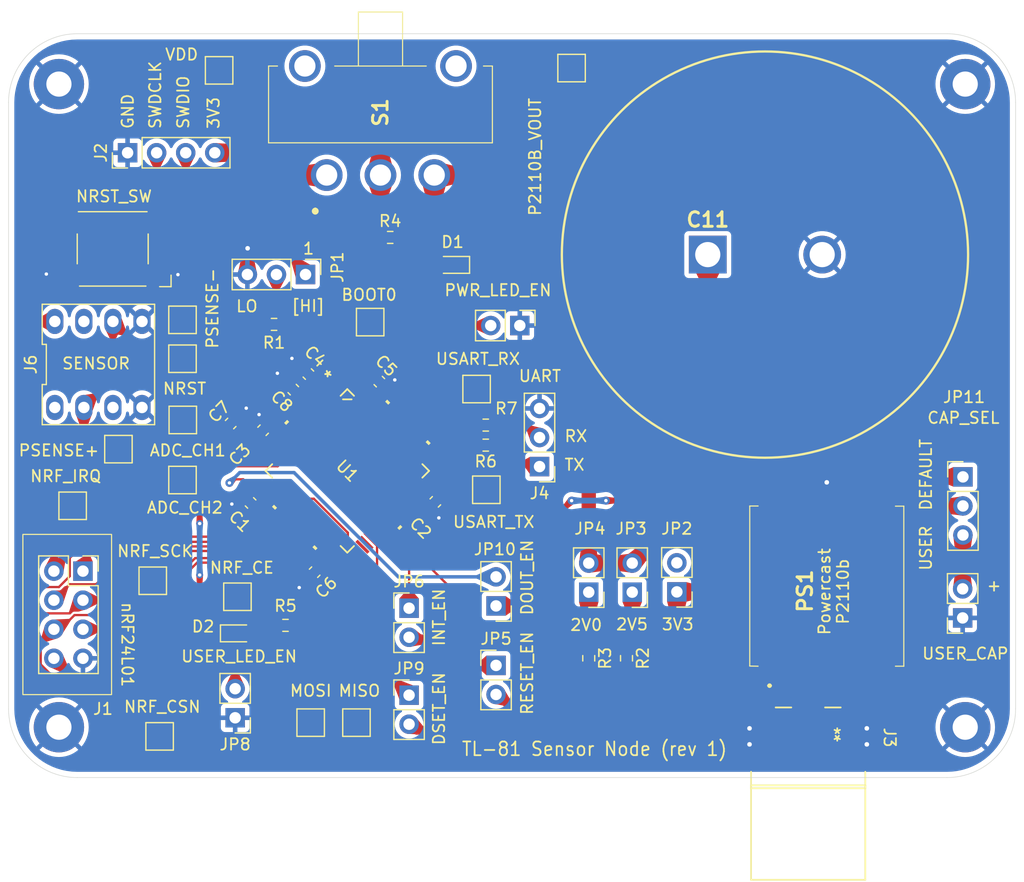
<source format=kicad_pcb>
(kicad_pcb (version 20240108) (generator "pcbnew") (generator_version "8.0")
  (layers (0 "F.Cu" signal) (31 "B.Cu" power) (34 "B.Paste" user) (35 "F.Paste" user) (36 "B.SilkS" user "B.Silkscreen") (37 "F.SilkS" user "F.Silkscreen") (38 "B.Mask" user) (39 "F.Mask" user) (44 "Edge.Cuts" user))
  (net 0 "")
  (net 1 "GND")
  (net 2 "+3.3V")
  (net 3 "/NRST")
  (net 5 "PSENSE_PLUS")
  (net 7 "PSENSE_MINUS")
  (net 9 "/BOOT0")
  (net 11 "NRF_CSN")
  (net 15 "USART1_RX")
  (net 18 "EXTRA_ADC_CHAN_1")
  (net 22 "EXTRA_ADC_CHAN_2")
  (net 23 "NRF_IRQ")
  (net 26 "NRF_SCK")
  (net 30 "NRF_MISO")
  (net 32 "Net-(JP5-B)")
  (net 36 "Net-(JP6-B)")
  (net 37 "SWCLK")
  (net 39 "Net-(JP9-B)")
  (net 40 "USART1_TX")
  (net 45 "Net-(JP10-A)")
  (net 49 "SWDIO")
  (net 52 "NRF_MOSI")
  (net 55 "VDD")
  (net 56 "Net-(JP11-A)")
  (net 57 "Net-(D1-A)")
  (net 58 "P2110B_RESET")
  (net 59 "P2110B_DOUT")
  (net 60 "P2110B_DSET")
  (net 63 "P2110B_INT")
  (net 65 "Net-(JP3-A)")
  (net 66 "Net-(JP4-A)")
  (net 67 "/RFIN")
  (net 68 "NRF_CE")
  (net 70 "Net-(D2-A)")
  (net 71 "Net-(D2-K)")
  (net 72 "/USER_LED")
  (net 73 "Net-(J4-Pin_1)")
  (net 74 "Net-(J4-Pin_2)")
  (net 75 "/VSET")
  (net 76 "Net-(D1-K)")
  (net 79 "/P2110B_VOUT")
  (net 80 "Net-(JP1-C)")
  (net 81 "Net-(J5-Pin_2)")
  (net 82 "Net-(JP11-C)")
  (footprint "Capacitor_SMD:C_0603_1608Metric" (layer "F.Cu") (at 61.15 121 135)
    (property "Reference" "C1")
    (property "Value" "100n")
  )
  (footprint "Connector_PinHeader_2.54mm:PinHeader_1x03_P2.54mm_Vertical" (layer "F.Cu") (at 65.95 101.04 -90)
    (property "Reference" "JP1")
    (property "Value" "BOOT0 SEL")
  )
  (footprint "TestPoint:TestPoint_Pad_2.0x2.0mm" (layer "F.Cu") (at 71.6 105.2)
    (property "Reference" "TP8" (hide yes))
    (property "Value" "TestPoint_Alt")
  )
  (footprint "Button_Switch_SMD:SW_SPST_Omron_B3FS-100xP" (layer "F.Cu") (at 49.1 98.8 180)
    (property "Reference" "SW1" (hide yes))
    (property "Value" "SW_Push")
  )
  (footprint "libtpms:P2110B" (layer "F.Cu") (at 111.5 128.269 90)
    (property "Reference" "PS1")
    (property "Value" "P2110B" (hide yes))
  )
  (footprint "Connector_PinHeader_2.54mm:PinHeader_1x02_P2.54mm_Vertical" (layer "F.Cu") (at 98.4 128.775 180)
    (property "Reference" "JP2")
    (property "Value" "SET_3V3")
  )
  (footprint "libtpms:8-SOIC-DIP-8-ADAPTER" (layer "F.Cu") (at 47.85 108.9)
    (property "Reference" "J6")
    (property "Value" "PRESSURE_SENSOR_CONN")
  )
  (footprint "TestPoint:TestPoint_Pad_2.0x2.0mm" (layer "F.Cu") (at 55.2 119)
    (property "Reference" "TP4" (hide yes))
    (property "Value" "TestPoint_Probe")
  )
  (footprint "TestPoint:TestPoint_Pad_2.0x2.0mm" (layer "F.Cu") (at 60 129.2)
    (property "Reference" "TP5" (hide yes))
    (property "Value" "TestPoint_Probe")
  )
  (footprint "TestPoint:TestPoint_Pad_2.0x2.0mm" (layer "F.Cu") (at 53.2 141.4)
    (property "Reference" "TP14" (hide yes))
    (property "Value" "~")
  )
  (footprint "Connector_PinHeader_2.54mm:PinHeader_1x02_P2.54mm_Vertical" (layer "F.Cu") (at 75 137.8)
    (property "Reference" "JP9")
    (property "Value" "DSET_EN")
  )
  (footprint "Capacitor_SMD:C_0603_1608Metric" (layer "F.Cu") (at 66.2 109.74 135)
    (property "Reference" "C4")
    (property "Value" "100n")
  )
  (footprint "Resistor_SMD:R_0603_1608Metric" (layer "F.Cu") (at 64.2 131.7 180)
    (property "Reference" "R5")
    (property "Value" "220R")
  )
  (footprint "Capacitor_SMD:C_0603_1608Metric" (layer "F.Cu") (at 77.294454 120.905546 -135)
    (property "Reference" "C2")
    (property "Value" "100n")
  )
  (footprint "Capacitor_SMD:C_0603_1608Metric" (layer "F.Cu") (at 62.241992 114.648008 45)
    (property "Reference" "C3")
    (property "Value" "100n")
  )
  (footprint "TestPoint:TestPoint_Pad_2.0x2.0mm" (layer "F.Cu") (at 70.4 140.2)
    (property "Reference" "TP9" (hide yes))
    (property "Value" "~")
  )
  (footprint "Capacitor_SMD:C_0603_1608Metric" (layer "F.Cu") (at 64.88 111.1 135)
    (property "Reference" "C8")
    (property "Value" "100n")
  )
  (footprint "Capacitor_SMD:C_0603_1608Metric" (layer "F.Cu") (at 66.748008 127.051992 -135)
    (property "Reference" "C6")
    (property "Value" "100n")
  )
  (footprint "libtpms:LQFP64_STM" (layer "F.Cu") (at 69.6 118.2 -45)
    (property "Reference" "U1")
    (property "Value" "STM32U031R8T6")
  )
  (footprint "Resistor_SMD:R_0603_1608Metric" (layer "F.Cu") (at 63.2 105.4 180)
    (property "Reference" "R1")
    (property "Value" "100k")
  )
  (footprint "LED_SMD:LED_0603_1608Metric" (layer "F.Cu") (at 78.8 100.2 180)
    (property "Reference" "D1")
    (property "Value" "LED")
  )
  (footprint "Resistor_SMD:R_0603_1608Metric" (layer "F.Cu") (at 94 134.575 -90)
    (property "Reference" "R2")
    (property "Value" "1.57M")
  )
  (footprint "Capacitor_SMD:C_0603_1608Metric" (layer "F.Cu") (at 72.4 110.4 -45)
    (property "Reference" "C5")
    (property "Value" "100n")
  )
  (footprint "Resistor_SMD:R_0603_1608Metric" (layer "F.Cu") (at 73.35 97.8)
    (property "Reference" "R4")
    (property "Value" "220R")
  )
  (footprint "Connector_PinHeader_2.54mm:PinHeader_1x03_P2.54mm_Vertical" (layer "F.Cu") (at 123.4 118.725)
    (property "Reference" "JP11")
    (property "Value" "CAP_SEL")
  )
  (footprint "LED_SMD:LED_0603_1608Metric" (layer "F.Cu") (at 60 132.4)
    (property "Reference" "D2")
    (property "Value" "LED")
  )
  (footprint "TestPoint:TestPoint_Pad_2.0x2.0mm" (layer "F.Cu") (at 52.6 127.8)
    (property "Reference" "TP12" (hide yes))
    (property "Value" "~")
  )
  (footprint "Connector_PinHeader_2.54mm:PinHeader_1x02_P2.54mm_Vertical" (layer "F.Cu") (at 90.7 128.8 180)
    (property "Reference" "JP4")
    (property "Value" "SET_2V0")
  )
  (footprint "Connector_PinHeader_2.54mm:PinHeader_1x04_P2.54mm_Vertical" (layer "F.Cu") (at 50.4 90.4 90)
    (property "Reference" "J2")
    (property "Value" "DEBUG_CONN")
  )
  (footprint "TestPoint:TestPoint_Pad_2.0x2.0mm" (layer "F.Cu") (at 49.6 116.3)
    (property "Reference" "TP2" (hide yes))
    (property "Value" "TestPoint_Probe")
  )
  (footprint "Resistor_SMD:R_0603_1608Metric" (layer "F.Cu") (at 81.7 115.95 180)
    (property "Reference" "R6")
    (property "Value" "220R")
  )
  (footprint "MountingHole:MountingHole_2.2mm_M2_Pad" (layer "F.Cu") (at 44.4 84.4)
    (property "Reference" "H1" (hide yes))
    (property "Value" "MountingHole")
  )
  (footprint "TestPoint:TestPoint_Pad_2.0x2.0mm" (layer "F.Cu") (at 81.75 119.85)
    (property "Reference" "TP11" (hide yes))
    (property "Value" "~")
  )
  (footprint "Connector_PinHeader_2.54mm:PinHeader_1x02_P2.54mm_Vertical" (layer "F.Cu") (at 82.6 130 180)
    (property "Reference" "JP10")
    (property "Value" "DOUT_EN")
  )
  (footprint "MountingHole:MountingHole_2.2mm_M2_Pad" (layer "F.Cu") (at 123.6 84.4)
    (property "Reference" "H3" (hide yes))
    (property "Value" "MountingHole")
  )
  (footprint "MountingHole:MountingHole_2.2mm_M2_Pad" (layer "F.Cu") (at 123.6 140.6)
    (property "Reference" "H4" (hide yes))
    (property "Value" "MountingHole")
  )
  (footprint "libtpms:CONN_73251-1150_MOL" (layer "F.Cu") (at 109.875 142.404 180)
    (property "Reference" "J3")
    (property "Value" "SMA EDGE CONN")
  )
  (footprint "Connector_PinHeader_2.54mm:PinHeader_1x02_P2.54mm_Vertical" (layer "F.Cu") (at 75 130.2)
    (property "Reference" "JP6")
    (property "Value" "INT_EN")
  )
  (footprint "TestPoint:TestPoint_Pad_2.0x2.0mm" (layer "F.Cu") (at 55.225 113.75)
    (property "Reference" "TP3" (hide yes))
    (property "Value" "TestPoint_Probe")
  )
  (footprint "Connector_PinSocket_2.54mm:PinSocket_1x02_P2.54mm_Vertical" (layer "F.Cu") (at 123.375 131.05 180)
    (property "Reference" "J5" (hide yes))
    (property "Value" "USER_CAP")
  )
  (footprint "Resistor_SMD:R_0603_1608Metric" (layer "F.Cu") (at 90.7 134.575 -90)
    (property "Reference" "R3")
    (property "Value" "600K")
  )
  (footprint "Connector_PinHeader_2.54mm:PinHeader_1x02_P2.54mm_Vertical" (layer "F.Cu") (at 82.6 135.2)
    (property "Reference" "JP5")
    (property "Value" "RESET_EN")
  )
  (footprint "Connector_PinHeader_2.54mm:PinHeader_1x02_P2.54mm_Vertical" (layer "F.Cu") (at 94.5 128.8 180)
    (property "Reference" "JP3")
    (property "Value" "SET_2V5")
  )
  (footprint "libtpms:500SSP1S1M6QEB" (layer "F.Cu") (at 67.8 92.3511 -90)
    (property "Reference" "S1")
    (property "Value" "500SSP1S1M6QEB" (hide yes))
  )
  (footprint "TestPoint:TestPoint_Pad_2.0x2.0mm" (layer "F.Cu") (at 66.4 140.2)
    (property "Reference" "TP10" (hide yes))
    (property "Value" "~")
  )
  (footprint "Capacitor_SMD:C_0603_1608Metric" (layer "F.Cu") (at 59.41 114.06 45)
    (property "Reference" "C7")
    (property "Value" "10u")
  )
  (footprint "TestPoint:TestPoint_Pad_2.0x2.0mm" (layer "F.Cu") (at 45.6 121.25)
    (property "Reference" "TP6" (hide yes))
    (property "Value" "TestPoint_Probe")
  )
  (footprint "TestPoint:TestPoint_Pad_2.0x2.0mm" (layer "F.Cu") (at 80.9 111.05)
    (property "Reference" "TP13" (hide yes))
    (property "Value" "~")
  )
  (footprint "Connector_PinHeader_2.54mm:PinHeader_1x02_P2.54mm_Vertical" (layer "F.Cu") (at 59.8 139.775 180)
    (property "Reference" "JP8")
    (property "Value" "USER_LED_EN")
  )
  (footprint "Connector_PinHeader_2.54mm:PinHeader_1x03_P2.54mm_Vertical" (layer "F.Cu") (at 86.4 117.825 180)
    (property "Reference" "J4")
    (property "Value" "UART_CONN")
  )
  (footprint "TestPoint:TestPoint_Pad_2.0x2.0mm" (layer "F.Cu") (at 58.4 83.2)
    (property "Reference" "TP16" (hide yes))
    (property "Value" "~")
  )
  (footprint "TestPoint:TestPoint_Pad_2.0x2.0mm" (layer "F.Cu") (at 55.2 108.4)
    (property "Reference" "TP7" (hide yes))
    (property "Value" "TestPoint_Alt")
  )
  (footprint "Connector_PinSocket_2.54mm:PinSocket_2x04_P2.54mm_Vertical" (layer "F.Cu") (at 46.5 126.96)
    (property "Reference" "J1")
    (property "Value" "NRF_CONN")
  )
  (footprint "Connector_PinHeader_2.54mm:PinHeader_1x02_P2.54mm_Vertical" (layer "F.Cu") (at 84.675 105.5 -90)
    (property "Reference" "JP7" (hide yes))
    (property "Value" "POWER_LED_EN")
  )
  (footprint "MountingHole:MountingHole_2.2mm_M2_Pad" (layer "F.Cu") (at 44.4 140.6)
    (property "Reference" "H2" (hide yes))
    (property "Value" "MountingHole")
  )
  (footprint "TestPoint:TestPoint_Pad_2.0x2.0mm" (layer "F.Cu") (at 55.2 105)
    (property "Reference" "TP1" (hide yes))
    (property "Value" "TestPoint_Probe")
  )
  (footprint "TestPoint:TestPoint_Pad_2.0x2.0mm" (layer "F.Cu") (at 89.2 83 -90)
    (property "Reference" "TP15" (hide yes))
    (property "Value" "~")
  )
  (footprint "libtpms:CAPPRD1000W200D3550H4700" (layer "F.Cu") (at 101.1 99.3)
    (property "Reference" "C11")
    (property "Value" "381LX473M016A452" (hide yes))
  )
  (footprint "Resistor_SMD:R_0603_1608Metric" (layer "F.Cu") (at 81.7 114.2 180)
    (property "Reference" "R7")
    (property "Value" "220R")
  )
  (gr_rect (start 41.25 123.75) (end 49 137.75) (stroke (width 0.1)) (fill none) (layer "F.SilkS"))
  (gr_arc (start 127.999999 138.999999) (mid 126.24264 143.24264) (end 121.999999 144.999999) (stroke (width 0.05)) (layer "Edge.Cuts"))
  (gr_line (start 128 86) (end 127.999999 138.999999) (stroke (width 0.05)) (layer "Edge.Cuts"))
  (gr_line (start 122 80) (end 46 80) (stroke (width 0.05)) (layer "Edge.Cuts"))
  (gr_line (start 121.999999 144.999999) (end 46.000001 144.999999) (stroke (width 0.05)) (layer "Edge.Cuts"))
  (gr_arc (start 46.000001 144.999999) (mid 41.75736 143.24264) (end 40.000001 138.999999) (stroke (width 0.05)) (layer "Edge.Cuts"))
  (gr_arc (start 40 86) (mid 41.757359 81.757359) (end 46 80) (stroke (width 0.05)) (layer "Edge.Cuts"))
  (gr_arc (start 122 80) (mid 126.242641 81.757359) (end 128 86) (stroke (width 0.05)) (layer "Edge.Cuts"))
  (gr_line (start 39.999999 86) (end 40 138.999999) (stroke (width 0.05)) (layer "Edge.Cuts"))
  (gr_text "PSENSE-" (at 58.4 107.6 90) (layer "F.SilkS") (effects (font (size 1 1) (thickness 0.15) (bold yes)) (justify left bottom)))
  (gr_text "VDD" (at 53.6 82.4 0) (layer "F.SilkS") (effects (font (size 1 1) (thickness 0.15) (bold yes)) (justify left bottom)))
  (gr_text "TX" (at 88.5 118.25 0) (layer "F.SilkS") (effects (font (size 1 1) (thickness 0.15) (bold yes)) (justify left bottom)))
  (gr_text "3V3" (at 97 132.2 0) (layer "F.SilkS") (effects (font (size 1 1) (thickness 0.15) (bold yes)) (justify left bottom)))
  (gr_text "ADC_CH2" (at 52 122 0) (layer "F.SilkS") (effects (font (size 1 1) (thickness 0.15) (bold yes)) (justify left bottom)))
  (gr_text "+" (at 125.4 128.8 0) (layer "F.SilkS") (effects (font (size 1 1) (thickness 0.15) (bold yes)) (justify left bottom)))
  (gr_text "RX" (at 88.5 115.75 0) (layer "F.SilkS") (effects (font (size 1 1) (thickness 0.15) (bold yes)) (justify left bottom)))
  (gr_text "ADC_CH1" (at 52.25 117 0) (layer "F.SilkS") (effects (font (size 1 1) (thickness 0.15) (bold yes)) (justify left bottom)))
  (gr_text "USER" (at 120.75 127 90) (layer "F.SilkS") (effects (font (size 1 1) (thickness 0.15) (bold yes)) (justify left bottom)))
  (gr_text "SWDIO" (at 55.85 88.4 90) (layer "F.SilkS") (effects (font (size 1 1) (thickness 0.15) (bold yes)) (justify left bottom)))
  (gr_text "PSENSE+" (at 40.8 117 0) (layer "F.SilkS") (effects (font (size 1 1) (thickness 0.15) (bold yes)) (justify left bottom)))
  (gr_text "P2110B_VOUT" (at 86.6 96 90) (layer "F.SilkS") (effects (font (size 1 1) (thickness 0.15) (bold yes)) (justify left bottom)))
  (gr_text "INT_EN" (at 78.2 133.6 90) (layer "F.SilkS") (effects (font (size 1 1) (thickness 0.15) (bold yes)) (justify left bottom)))
  (gr_text "3V3" (at 58.5 88.4 90) (layer "F.SilkS") (effects (font (size 1 1) (thickness 0.15) (bold yes)) (justify left bottom)))
  (gr_text "1" (at 65.64 99.36 0) (layer "F.SilkS") (effects (font (size 1 1) (thickness 0.15) (bold yes)) (justify left bottom)))
  (gr_text "NRF_IRQ" (at 41.8 119.25 0) (layer "F.SilkS") (effects (font (size 1 1) (thickness 0.15) (bold yes)) (justify left bottom)))
  (gr_text "MISO" (at 68.75 138 0) (layer "F.SilkS") (effects (font (size 1 1) (thickness 0.15) (bold yes)) (justify left bottom)))
  (gr_text "NRST_SW" (at 45.8 94.8 0) (layer "F.SilkS") (effects (font (size 1 1) (thickness 0.15) (bold yes)) (justify left bottom)))
  (gr_text "UART" (at 84.5 110.5 0) (layer "F.SilkS") (effects (font (size 1 1) (thickness 0.15) (bold yes)) (justify left bottom)))
  (gr_text "BOOT0" (at 69 103.4 0) (layer "F.SilkS") (effects (font (size 1 1) (thickness 0.15) (bold yes)) (justify left bottom)))
  (gr_text "DSET_EN\n" (at 78.2 142.25 90) (layer "F.SilkS") (effects (font (size 1 1) (thickness 0.15) (bold yes)) (justify left bottom)))
  (gr_text "2V5" (at 93 132.2 0) (layer "F.SilkS") (effects (font (size 1 1) (thickness 0.15) (bold yes)) (justify left bottom)))
  (gr_text "USART_RX" (at 77.25 109 0) (layer "F.SilkS") (effects (font (size 1 1) (thickness 0.15) (bold yes)) (justify left bottom)))
  (gr_text "NRF_SCK" (at 49.4 125.8 0) (layer "F.SilkS") (effects (font (size 1 1) (thickness 0.15) (bold yes)) (justify left bottom)))
  (gr_text "NRF_CE" (at 57.5 127.25 0) (layer "F.SilkS") (effects (font (size 1 1) (thickness 0.15) (bold yes)) (justify left bottom)))
  (gr_text "SWDCLK" (at 53.4 88.4 90) (layer "F.SilkS") (effects (font (size 1 1) (thickness 0.15) (bold yes)) (justify left bottom)))
  (gr_text "nRF24L01" (at 49.8 129.6 -90) (layer "F.SilkS") (effects (font (size 1 1) (thickness 0.15) (bold yes)) (justify left bottom)))
  (gr_text "DEFAULT" (at 120.75 121.75 90) (layer "F.SilkS") (effects (font (size 1 1) (thickness 0.15) (bold yes)) (justify left bottom)))
  (gr_text "TL-81 Sensor Node (rev 1)" (at 91.2 143.2 0) (layer "F.SilkS") (effects (font (size 1.2 1.1) (thickness 0.15) (bold yes)) (justify bottom)))
  (gr_text "NRST" (at 53.4 111.6 0) (layer "F.SilkS") (effects (font (size 1 1) (thickness 0.15) (bold yes)) (justify left bottom)))
  (gr_text "USER_CAP" (at 119.75 134.75 0) (layer "F.SilkS") (effects (font (size 1 1) (thickness 0.15) (bold yes)) (justify left bottom)))
  (gr_text "2V0" (at 89 132.25 0) (layer "F.SilkS") (effects (font (size 1 1) (thickness 0.15) (bold yes)) (justify left bottom)))
  (gr_text "MOSI" (at 64.5 138 0) (layer "F.SilkS") (effects (font (size 1 1) (thickness 0.15) (bold yes)) (justify left bottom)))
  (gr_text "USER_LED_EN" (at 55 135 0) (layer "F.SilkS") (effects (font (size 1 1) (thickness 0.15) (bold yes)) (justify left bottom)))
  (gr_text "RESET_EN" (at 85.9 139.6 90) (layer "F.SilkS") (effects (font (size 1 1) (thickness 0.15) (bold yes)) (justify left bottom)))
  (gr_text "CAP_SEL" (at 120.2 114.15 0) (layer "F.SilkS") (effects (font (size 1 1) (thickness 0.15) (bold yes)) (justify left bottom)))
  (gr_text "Powercast\nP2110b" (at 113.5 128.75 90) (layer "F.SilkS") (effects (font (size 1 1) (thickness 0.15) (bold yes)) (justify bottom)))
  (gr_text "PWR_LED_EN" (at 78 103 0) (layer "F.SilkS") (effects (font (size 1 1) (thickness 0.15) (bold yes)) (justify left bottom)))
  (gr_text "NRF_CSN" (at 50 139.4 0) (layer "F.SilkS") (effects (font (size 1 1) (thickness 0.15) (bold yes)) (justify left bottom)))
  (gr_text "LO" (at 59.8 104.4 0) (layer "F.SilkS") (effects (font (size 1 1) (thickness 0.15) (bold yes)) (justify left bottom)))
  (gr_text "GND" (at 51 88.4 90) (layer "F.SilkS") (effects (font (size 1 1) (thickness 0.15) (bold yes)) (justify left bottom)))
  (gr_text "DOUT_EN" (at 85.9 130.9 90) (layer "F.SilkS") (effects (font (size 1 1) (thickness 0.15) (bold yes)) (justify left bottom)))
  (gr_text "[HI]" (at 64.65 104.38 0) (layer "F.SilkS") (effects (font (size 1 1) (thickness 0.15) (bold yes)) (justify left bottom)))
  (gr_text "USART_TX" (at 78.75 123.25 0) (layer "F.SilkS") (effects (font (size 1 1) (thickness 0.15) (bold yes)) (justify left bottom)))
  (gr_text "SENSOR" (at 44.6 109.4 0) (layer "F.SilkS") (effects (font (size 1 1) (thickness 0.15) (bold yes)) (justify left bottom)))
  (segment (start 43.3 101) (end 45.05 101) (width 1) (layer "F.Cu") (net 1))
  (segment (start 65.8 126.596195) (end 67.919844 124.476351) (width 0.2) (layer "F.Cu") (net 1))
  (segment (start 54.8 101.05) (end 53.1 101.05) (width 1) (layer "F.Cu") (net 1))
  (segment (start 60.601992 120.451992) (end 62.751813 120.451992) (width 0.2) (layer "F.Cu") (net 1))
  (segment (start 59.953984 121.1) (end 60.601992 120.451992) (width 0.5) (layer "F.Cu") (net 1))
  (segment (start 65.581992 109.191992) (end 64.76 108.37) (width 0.5) (layer "F.Cu") (net 1))
  (segment (start 61.89 113.28) (end 61.97 113.28) (width 0.5) (layer "F.Cu") (net 1))
  (segment (start 61.97 113.28) (end 62.79 114.1) (width 0.5) (layer "F.Cu") (net 1))
  (segment (start 60.89 101.02) (end 60.87 101.04) (width 1) (layer "F.Cu") (net 1))
  (segment (start 64.331992 110.551992) (end 64.331992 110.511992) (width 0.5) (layer "F.Cu") (net 1))
  (segment (start 72.948008 110.948008) (end 72.255797 110.948008) (width 0.2) (layer "F.Cu") (net 1))
  (segment (start 73.051992 110.948008) (end 72.948008 110.948008) (width 0.5) (layer "F.Cu") (net 1))
  (segment (start 62.79 114.1) (end 63.536652 114.846652) (width 0.2) (layer "F.Cu") (net 1))
  (segment (start 64.331992 110.511992) (end 63.49 109.67) (width 0.5) (layer "F.Cu") (net 1))
  (segment (start 59.978008 113.511992) (end 60.77 112.72) (width 0.5) (layer "F.Cu") (net 1))
  (segment (start 76.746446 121.453554) (end 76.746446 120.750251) (width 0.2) (layer "F.Cu") (net 1))
  (segment (start 64.38431 115.459183) (end 64.362737 115.459183) (width 0.2) (layer "F.Cu") (net 1))
  (segment (start 114.7381 140.754) (end 114.2565 141.2356) (width 0.5) (layer "F.Cu") (net 1))
  (segment (start 77.6 122.307108) (end 76.746446 121.453554) (width 0.5) (layer "F.Cu") (net 1))
  (segment (start 63.536652 114.846652) (end 63.771779 114.846652) (width 0.2) (layer "F.Cu") (net 1))
  (segment (start 65.651992 109.191992) (end 65.581992 109.191992) (width 0.5) (layer "F.Cu") (net 1))
  (segment (start 76.746446 120.750251) (end 75.876351 119.880156) (width 0.2) (layer "F.Cu") (net 1))
  (segment (start 60.89 98.75) (end 60.89 101.02) (width 1) (layer "F.Cu") (net 1))
  (segment (start 66.2 127.6) (end 65.8 127.2) (width 0.2) (layer "F.Cu") (net 1))
  (segment (start 60.77 112.72) (end 61.33 112.72) (width 0.5) (layer "F.Cu") (net 1))
  (segment (start 65.4 128.4) (end 66.2 127.6) (width 0.5) (layer "F.Cu") (net 1))
  (segment (start 59.958008 113.511992) (end 59.978008 113.511992) (width 0.5) (layer "F.Cu") (net 1))
  (segment (start 73.75 110.25) (end 73.051992 110.948008) (width 0.5) (layer "F.Cu") (net 1))
  (segment (start 62.751813 120.451992) (end 63.323649 119.880156) (width 0.2) (layer "F.Cu") (net 1))
  (segment (start 65.8 127.2) (end 65.8 126.596195) (width 0.2) (layer "F.Cu") (net 1))
  (segment (start 45.05 101) (end 45.1 101.05) (width 1) (layer "F.Cu") (net 1))
  (segment (start 59.51 121.1) (end 59.953984 121.1) (width 0.5) (layer "F.Cu") (net 1))
  (segment (start 111.5 121.284) (end 111.5 119.204) (width 1.25) (layer "F.Cu") (net 1))
  (segment (start 61.33 112.72) (end 61.89 113.28) (width 0.5) (layer "F.Cu") (net 1))
  (segment (start 115.2749 142.254) (end 114.2565 141.2356) (width 0.5) (layer "F.Cu") (net 1))
  (segment (start 105.0119 140.754) (end 105.4935 141.2356) (width 0.5) (layer "F.Cu") (net 1))
  (segment (start 63.771779 114.846652) (end 64.38431 115.459183) (width 0.2) (layer "F.Cu") (net 1))
  (segment (start 72.255797 110.948008) (end 71.280156 111.923649) (width 0.2) (layer "F.Cu") (net 1))
  (via (at 73.75 110.25) (size 0.7) (drill 0.3) (layers "F.Cu" "B.Cu") (net 1))
  (via (at 54.8 101.05) (size 0.7) (drill 0.3) (layers "F.Cu" "B.Cu") (net 1))
  (via (at 60.77 112.72) (size 0.7) (drill 0.3) (layers "F.Cu" "B.Cu") (net 1))
  (via (at 104.75 140.7) (size 0.9) (drill 0.4) (layers "F.Cu" "B.Cu") (net 1))
  (via (at 65.4 128.4) (size 0.7) (drill 0.3) (layers "F.Cu" "B.Cu") (net 1))
  (via (at 64.76 108.37) (size 0.7) (drill 0.3) (layers "F.Cu" "B.Cu") (net 1))
  (via (at 43.3 101) (size 0.7) (drill 0.3) (layers "F.Cu" "B.Cu") (net 1))
  (via (at 104.75 142.1) (size 0.9) (drill 0.4) (layers "F.Cu" "B.Cu") (net 1))
  (via (at 115 142.1) (size 0.9) (drill 0.4) (layers "F.Cu" "B.Cu") (net 1))
  (via (at 60.89 98.75) (size 0.9) (drill 0.4) (layers "F.Cu" "B.Cu") (net 1))
  (via (at 111.5 119.204) (size 0.9) (drill 0.4) (layers "F.Cu" "B.Cu") (net 1))
  (via (at 77.6 122.307108) (size 0.7) (drill 0.3) (layers "F.Cu" "B.Cu") (net 1))
  (via (at 59.51 121.1) (size 0.7) (drill 0.3) (layers "F.Cu" "B.Cu") (net 1))
  (via (at 61.89 113.28) (size 0.7) (drill 0.3) (layers "F.Cu" "B.Cu") (net 1))
  (via (at 115 140.7) (size 0.9) (drill 0.4) (layers "F.Cu" "B.Cu") (net 1))
  (via (at 63.49 109.67) (size 0.7) (drill 0.3) (layers "F.Cu" "B.Cu") (net 1))
  (segment (start 58.02 90.4) (end 61.6 90.4) (width 1.5) (layer "F.Cu") (net 2))
  (segment (start 61.6 90.4) (end 63.5511 92.3511) (width 1.5) (layer "F.Cu") (net 2))
  (segment (start 63.5511 92.3511) (end 67.8 92.3511) (width 1.5) (layer "F.Cu") (net 2))
  (segment (start 53.1 96.55) (end 54.7 96.55) (width 0.2) (layer "F.Cu") (net 3))
  (segment (start 64.765331 112.304669) (end 66.152077 113.691416) (width 0.2) (layer "F.Cu") (net 3))
  (segment (start 45.1 96.55) (end 53.1 96.55) (width 0.2) (layer "F.Cu") (net 3))
  (segment (start 57.2 106.4) (end 55.2 108.4) (width 0.2) (layer "F.Cu") (net 3))
  (segment (start 57.2 106.4) (end 58.860661 106.4) (width 0.2) (layer "F.Cu") (net 3))
  (segment (start 54.7 96.55) (end 57.2 99.05) (width 0.2) (layer "F.Cu") (net 3))
  (segment (start 64.765331 112.304669) (end 64.771347 112.304669) (width 0.2) (layer "F.Cu") (net 3))
  (segment (start 55.2 108.175) (end 55.2 108.4) (width 0.2) (layer "F.Cu") (net 3))
  (segment (start 58.860661 106.4) (end 64.765331 112.304669) (width 0.2) (layer "F.Cu") (net 3))
  (segment (start 64.771347 112.304669) (end 65.428008 111.648008) (width 0.2) (layer "F.Cu") (net 3))
  (segment (start 57.2 99.05) (end 57.2 106.175) (width 0.2) (layer "F.Cu") (net 3))
  (segment (start 57.2 106.175) (end 57.2 106.4) (width 0.2) (layer "F.Cu") (net 3))
  (segment (start 66.151416 113.691416) (end 66.152077 113.691416) (width 0.2) (layer "F.Cu") (net 3))
  (segment (start 46.58 115.23) (end 46.58 112.66) (width 0.5) (layer "F.Cu") (net 5))
  (segment (start 46.58 112.66) (end 48.24 111) (width 0.2) (layer "F.Cu") (net 5))
  (segment (start 48.24 111) (end 62.046447 111) (width 0.2) (layer "F.Cu") (net 5))
  (segment (start 47.65 116.3) (end 46.58 115.23) (width 0.5) (layer "F.Cu") (net 5))
  (segment (start 49.6 116.3) (end 47.65 116.3) (width 0.5) (layer "F.Cu") (net 5))
  (segment (start 62.046447 111) (end 65.44497 114.398523) (width 0.2) (layer "F.Cu") (net 5))
  (segment (start 62.153553 110.4) (end 50.8 110.4) (width 0.2) (layer "F.Cu") (net 7))
  (segment (start 55.2 105) (end 55 105) (width 0.2) (layer "F.Cu") (net 7))
  (segment (start 50.98 107) (end 49.12 105.14) (width 0.2) (layer "F.Cu") (net 7))
  (segment (start 49.12 108.72) (end 49.12 105.14) (width 0.2) (layer "F.Cu") (net 7))
  (segment (start 55 105) (end 53 107) (width 0.2) (layer "F.Cu") (net 7))
  (segment (start 65.798523 114.04497) (end 62.153553 110.4) (width 0.2) (layer "F.Cu") (net 7))
  (segment (start 50.8 110.4) (end 49.12 108.72) (width 0.2) (layer "F.Cu") (net 7))
  (segment (start 53 107) (end 50.98 107) (width 0.2) (layer "F.Cu") (net 7))
  (segment (start 70.6 107.4) (end 68.8 107.4) (width 0.2) (layer "F.Cu") (net 9))
  (segment (start 72.340817 112.98431) (end 74.4 110.925127) (width 0.2) (layer "F.Cu") (net 9))
  (segment (start 74.4 109.15) (end 72.65 107.4) (width 0.2) (layer "F.Cu") (net 9))
  (segment (start 68.2 106.8) (end 65.425 106.8) (width 0.2) (layer "F.Cu") (net 9))
  (segment (start 70.6 107.4) (end 71.6 107.4) (width 0.2) (layer "F.Cu") (net 9))
  (segment (start 74.4 110.925127) (end 74.4 109.15) (width 0.2) (layer "F.Cu") (net 9))
  (segment (start 65.425 106.8) (end 64.025 105.4) (width 0.2) (layer "F.Cu") (net 9))
  (segment (start 72.65 107.4) (end 70.6 107.4) (width 0.2) (layer "F.Cu") (net 9))
  (segment (start 68.8 107.4) (end 68.2 106.8) (width 0.2) (layer "F.Cu") (net 9))
  (segment (start 71.6 107.4) (end 71.6 105.2) (width 0.2) (layer "F.Cu") (net 9))
  (segment (start 45.765685 130.8) (end 47.3 130.8) (width 0.2) (layer "F.Cu") (net 11))
  (segment (start 53.544314 131.64) (end 55.48 129.704314) (width 0.2) (layer "F.Cu") (net 11))
  (segment (start 42.81 133.19) (end 42.81 135.11) (width 0.2) (layer "F.Cu") (net 11))
  (segment (start 43.96 132.04) (end 44.525685 132.04) (width 0.2) (layer "F.Cu") (net 11))
  (segment (start 62.333553 125.82) (end 65.798523 122.35503) (width 0.2) (layer "F.Cu") (net 11))
  (segment (start 55.48 126.65) (end 56.31 125.82) (width 0.2) (layer "F.Cu") (net 11))
  (segment (start 52.1 137.3) (end 53.2 138.4) (width 0.2) (layer "F.Cu") (net 11))
  (segment (start 53.2 138.4) (end 53.2 141.4) (width 0.2) (layer "F.Cu") (net 11))
  (segment (start 56.31 125.82) (end 62.333553 125.82) (width 0.2) (layer "F.Cu") (net 11))
  (segment (start 44.525685 132.04) (end 45.765685 130.8) (width 0.2) (layer "F.Cu") (net 11))
  (segment (start 45 137.3) (end 52.1 137.3) (width 0.2) (layer "F.Cu") (net 11))
  (segment (start 55.48 129.704314) (end 55.48 126.65) (width 0.2) (layer "F.Cu") (net 11))
  (segment (start 48.14 131.64) (end 53.544314 131.64) (width 0.2) (layer "F.Cu") (net 11))
  (segment (start 47.3 130.8) (end 48.14 131.64) (width 0.2) (layer "F.Cu") (net 11))
  (segment (start 42.81 135.11) (end 45 137.3) (width 0.2) (layer "F.Cu") (net 11))
  (segment (start 43.96 132.04) (end 42.81 133.19) (width 0.2) (layer "F.Cu") (net 11))
  (segment (start 78.9 123.125) (end 76.292767 123.125) (width 0.2) (layer "F.Cu") (net 15))
  (segment (start 80.875 111.075) (end 80.9 111.05) (width 0.2) (layer "F.Cu") (net 15))
  (segment (start 80.875 114.2) (end 79.7 115.375) (width 0.2) (layer "F.Cu") (net 15))
  (segment (start 76.292767 123.125) (end 74.462137 121.29437) (width 0.2) (layer "F.Cu") (net 15))
  (segment (start 80.875 114.2) (end 80.875 111.075) (width 0.2) (layer "F.Cu") (net 15))
  (segment (start 79.7 122.325) (end 78.9 123.125) (width 0.2) (layer "F.Cu") (net 15))
  (segment (start 79.7 115.375) (end 79.7 122.325) (width 0.2) (layer "F.Cu") (net 15))
  (segment (start 55.225 113.75) (end 56.45 113.75) (width 0.2) (layer "F.Cu") (net 18))
  (segment (start 58.72 111.48) (end 61.819339 111.48) (width 0.2) (layer "F.Cu") (net 18))
  (segment (start 56.45 113.75) (end 58.72 111.48) (width 0.2) (layer "F.Cu") (net 18))
  (segment (start 61.819339 111.48) (end 65.091416 114.752077) (width 0.2) (layer "F.Cu") (net 18))
  (segment (start 55.2 119) (end 57.65 119) (width 0.2) (layer "F.Cu") (net 22))
  (segment (start 65.371715 115.739482) (end 64.737863 115.10563) (width 0.2) (layer "F.Cu") (net 22))
  (segment (start 63.516432 117.793035) (end 65.371715 115.937752) (width 0.2) (layer "F.Cu") (net 22))
  (segment (start 57.65 119) (end 58.856965 117.793035) (width 0.2) (layer "F.Cu") (net 22))
  (segment (start 58.856965 117.793035) (end 63.516432 117.793035) (width 0.2) (layer "F.Cu") (net 22))
  (segment (start 65.371715 115.937752) (end 65.371715 115.739482) (width 0.2) (layer "F.Cu") (net 22))
  (segment (start 43.96 126.96) (end 43.96 126.634315) (width 0.2) (layer "F.Cu") (net 23))
  (segment (start 60.668018 123.95) (end 64.030756 120.587262) (width 0.2) (layer "F.Cu") (net 23))
  (segment (start 45.184314 125.41) (end 45.184315 125.41) (width 0.2) (layer "F.Cu") (net 23))
  (segment (start 44.797157 125.797157) (end 45.184314 125.41) (width 0.2) (layer "F.Cu") (net 23))
  (segment (start 43.96 126.634315) (end 44.797157 125.797157) (width 0.2) (layer "F.Cu") (net 23))
  (segment (start 44 122.85) (end 44 126.92) (width 0.2) (layer "F.Cu") (net 23))
  (segment (start 46.644315 123.95) (end 60.668018 123.95) (width 0.2) (layer "F.Cu") (net 23))
  (segment (start 44 126.92) (end 43.96 126.96) (width 0.2) (layer "F.Cu") (net 23))
  (segment (start 45.184315 125.41) (end 46.644315 123.95) (width 0.2) (layer "F.Cu") (net 23))
  (segment (start 45.6 121.25) (end 44 122.85) (width 0.2) (layer "F.Cu") (net 23))
  (segment (start 45.350001 125.810001) (end 46.760002 124.4) (width 0.2) (layer "F.Cu") (net 26))
  (segment (start 46.5 129.5) (end 50.9 129.5) (width 0.2) (layer "F.Cu") (net 26))
  (segment (start 44.4 128.35) (end 45.35 127.4) (width 0.2) (layer "F.Cu") (net 26))
  (segment (start 60.925127 124.4) (end 64.38431 120.940817) (width 0.2) (layer "F.Cu") (net 26))
  (segment (start 42.5 130.25) (end 42.5 128.75) (width 0.2) (layer "F.Cu") (net 26))
  (segment (start 46.760002 124.4) (end 60.925127 124.4) (width 0.2) (layer "F.Cu") (net 26))
  (segment (start 45.35 127.4) (end 45.350001 125.810001) (width 0.2) (layer "F.Cu") (net 26))
  (segment (start 46.5 129.5) (end 45.35 130.65) (width 0.2) (layer "F.Cu") (net 26))
  (segment (start 42.9 130.65) (end 42.5 130.25) (width 0.2) (layer "F.Cu") (net 26))
  (segment (start 50.9 129.5) (end 52.6 127.8) (width 0.2) (layer "F.Cu") (net 26))
  (segment (start 42.5 128.75) (end 42.9 128.35) (width 0.2) (layer "F.Cu") (net 26))
  (segment (start 42.9 128.35) (end 44.4 128.35) (width 0.2) (layer "F.Cu") (net 26))
  (segment (start 45.35 130.65) (end 42.9 130.65) (width 0.2) (layer "F.Cu") (net 26))
  (segment (start 69.65 137.35) (end 70.4 138.1) (width 0.2) (layer "F.Cu") (net 30))
  (segment (start 66.676231 120.635392) (end 65.396841 120.635392) (width 0.2) (layer "F.Cu") (net 30))
  (segment (start 61.232233 124.8) (end 64.737863 121.29437) (width 0.2) (layer "F.Cu") (net 30))
  (segment (start 46.5 126) (end 47.7 124.8) (width 0.2) (layer "F.Cu") (net 30))
  (segment (start 46.5 126.96) (end 46.5 126) (width 0.2) (layer "F.Cu") (net 30))
  (segment (start 69.57042 123.52958) (end 69.65 123.60916) (width 0.2) (layer "F.Cu") (net 30))
  (segment (start 69.65 123.60916) (end 69.65 137.35) (width 0.2) (layer "F.Cu") (net 30))
  (segment (start 69.57042 123.52958) (end 66.676231 120.635392) (width 0.2) (layer "F.Cu") (net 30))
  (segment (start 70.4 140.2) (end 69.65 139.45) (width 0.2) (layer "F.Cu") (net 30))
  (segment (start 47.7 124.8) (end 61.232233 124.8) (width 0.2) (layer "F.Cu") (net 30))
  (segment (start 70.4 138.1) (end 70.4 140.2) (width 0.2) (layer "F.Cu") (net 30))
  (segment (start 69.65 123.609161) (end 69.57042 123.52958) (width 0.2) (layer "F.Cu") (net 30))
  (segment (start 65.396841 120.635392) (end 64.737863 121.29437) (width 0.2) (layer "F.Cu") (net 30))
  (segment (start 114 130.9) (end 104.45 130.9) (width 0.5) (layer "F.Cu") (net 32))
  (segment (start 116.453 135.254) (end 116.453 133.353) (width 0.5) (layer "F.Cu") (net 32))
  (segment (start 96.75 138.6) (end 83.46 138.6) (width 0.5) (layer "F.Cu") (net 32))
  (segment (start 104.45 130.9) (end 96.75 138.6) (width 0.5) (layer "F.Cu") (net 32))
  (segment (start 83.46 138.6) (end 82.6 137.74) (width 0.5) (layer "F.Cu") (net 32))
  (segment (start 116.453 133.353) (end 114 130.9) (width 0.5) (layer "F.Cu") (net 32))
  (segment (start 77.6 139.2) (end 77.6 134.255) (width 0.5) (layer "F.Cu") (net 36))
  (segment (start 114.802 135.254) (end 114.8 135.252) (width 0.5) (layer "F.Cu") (net 36))
  (segment (start 114.8 133.6) (end 113.3 132.1) (width 0.5) (layer "F.Cu") (net 36))
  (segment (start 76.085 132.74) (end 75 132.74) (width 0.5) (layer "F.Cu") (net 36))
  (segment (start 113.3 132.1) (end 105.1 132.1) (width 0.5) (layer "F.Cu") (net 36))
  (segment (start 97 140.2) (end 78.6 140.2) (width 0.5) (layer "F.Cu") (net 36))
  (segment (start 105.1 132.1) (end 97 140.2) (width 0.5) (layer "F.Cu") (net 36))
  (segment (start 78.6 140.2) (end 77.6 139.2) (width 0.5) (layer "F.Cu") (net 36))
  (segment (start 114.8 135.252) (end 114.8 133.6) (width 0.5) (layer "F.Cu") (net 36))
  (segment (start 77.6 134.255) (end 76.085 132.74) (width 0.5) (layer "F.Cu") (net 36))
  (segment (start 76.795989 113.195989) (end 76.795989 116.307312) (width 0.2) (layer "F.Cu") (net 37))
  (segment (start 60.58 96.98) (end 67.33 96.98) (width 0.2) (layer "F.Cu") (net 37))
  (segment (start 76.795989 116.307312) (end 76.229904 116.873397) (width 0.2) (layer "F.Cu") (net 37))
  (segment (start 52.95 90.41) (end 52.95 92.75) (width 0.2) (layer "F.Cu") (net 37))
  (segment (start 67.33 96.98) (end 74.8 104.45) (width 0.2) (layer "F.Cu") (net 37))
  (segment (start 57.0011 93.4011) (end 60.58 96.98) (width 0.2) (layer "F.Cu") (net 37))
  (segment (start 74.8 104.45) (end 74.8 111.2) (width 0.2) (layer "F.Cu") (net 37))
  (segment (start 52.95 92.75) (end 53.6011 93.4011) (width 0.2) (layer "F.Cu") (net 37))
  (segment (start 53.6011 93.4011) (end 57.0011 93.4011) (width 0.2) (layer "F.Cu") (net 37))
  (segment (start 74.8 111.2) (end 76.795989 113.195989) (width 0.2) (layer "F.Cu") (net 37))
  (segment (start 52.94 90.4) (end 52.95 90.41) (width 0.2) (layer "F.Cu") (net 37))
  (segment (start 105.05 133.35) (end 97.4 141) (width 0.5) (layer "F.Cu") (net 39))
  (segment (start 113.151 133.751) (end 112.75 133.35) (width 0.5) (layer "F.Cu") (net 39))
  (segment (start 113.151 135.254) (end 113.151 133.751) (width 0.5) (layer "F.Cu") (net 39))
  (segment (start 112.75 133.35) (end 105.05 133.35) (width 0.5) (layer "F.Cu") (net 39))
  (segment (start 75.66 141) (end 75 140.34) (width 0.5) (layer "F.Cu") (net 39))
  (segment (start 97.4 141) (end 75.66 141) (width 0.5) (layer "F.Cu") (net 39))
  (segment (start 80.875 115.95) (end 80.875 116.775) (width 0.2) (layer "F.Cu") (net 40))
  (segment (start 81.75 117.65) (end 81.75 119.85) (width 0.2) (layer "F.Cu") (net 40))
  (segment (start 81.75 121.95) (end 79.95 123.75) (width 0.2) (layer "F.Cu") (net 40))
  (segment (start 81.75 119.85) (end 81.75 121.95) (width 0.2) (layer "F.Cu") (net 40))
  (segment (start 79.95 123.75) (end 76.210661 123.75) (width 0.2) (layer "F.Cu") (net 40))
  (segment (start 76.210661 123.75) (end 74.108584 121.647923) (width 0.2) (layer "F.Cu") (net 40))
  (segment (start 80.875 116.775) (end 81.75 117.65) (width 0.2) (layer "F.Cu") (net 40))
  (segment (start 89.2 120.8) (end 86.8 123.2) (width 0.5) (layer "F.Cu") (net 45))
  (segment (start 85.6 130) (end 82.6 130) (width 0.5) (layer "F.Cu") (net 45))
  (segment (start 107.9275 119.8815) (end 108.198 120.152) (width 0.5) (layer "F.Cu") (net 45))
  (segment (start 86.8 123.2) (end 86.8 128.8) (width 0.5) (layer "F.Cu") (net 45))
  (segment (start 95.1185 119.8815) (end 107.9275 119.8815) (width 0.5) (layer "F.Cu") (net 45))
  (segment (start 92.2 120.8) (end 94.2 120.8) (width 0.5) (layer "F.Cu") (net 45))
  (segment (start 108.198 120.152) (end 108.198 121.284) (width 0.5) (layer "F.Cu") (net 45))
  (segment (start 86.8 128.8) (end 85.6 130) (width 0.5) (layer "F.Cu") (net 45))
  (segment (start 94.2 120.8) (end 95.1185 119.8815) (width 0.5) (layer "F.Cu") (net 45))
  (via (at 89.2 120.8) (size 0.7) (drill 0.3) (layers "F.Cu" "B.Cu") (net 45))
  (via (at 92.2 120.8) (size 0.7) (drill 0.3) (layers "F.Cu" "B.Cu") (net 45))
  (segment (start 92.2 120.8) (end 89.2 120.8) (width 0.5) (layer "B.Cu") (net 45))
  (segment (start 67.53 96.58) (end 75.2 104.25) (width 0.2) (layer "F.Cu") (net 49))
  (segment (start 55.49 92.6) (end 55.8911 93.0011) (width 0.2) (layer "F.Cu") (net 49))
  (segment (start 75.2 111.034314) (end 77.2 113.034314) (width 0.2) (layer "F.Cu") (net 49))
  (segment (start 77.2 117.090533) (end 74.956713 119.33382) (width 0.2) (layer "F.Cu") (net 49))
  (segment (start 55.49 90.41) (end 55.49 92.6) (width 0.2) (layer "F.Cu") (net 49))
  (segment (start 60.745686 96.58) (end 67.53 96.58) (width 0.2) (layer "F.Cu") (net 49))
  (segment (start 75.522797 120.317036) (end 75.522797 120.23371) (width 0.2) (layer "F.Cu") (net 49))
  (segment (start 74.956713 119.667626) (end 75.522797 120.23371) (width 0.2) (layer "F.Cu") (net 49))
  (segment (start 55.8911 93.0011) (end 57.166786 93.0011) (width 0.2) (layer "F.Cu") (net 49))
  (segment (start 57.166786 93.0011) (end 60.745686 96.58) (width 0.2) (layer "F.Cu") (net 49))
  (segment (start 77.2 113.034314) (end 77.2 117.090533) (width 0.2) (layer "F.Cu") (net 49))
  (segment (start 74.956713 119.33382) (end 74.956713 119.667626) (width 0.2) (layer "F.Cu") (net 49))
  (segment (start 55.48 90.4) (end 55.49 90.41) (width 0.2) (layer "F.Cu") (net 49))
  (segment (start 75.2 104.25) (end 75.2 111.034314) (width 0.2) (layer "F.Cu") (net 49))
  (segment (start 65.703947 121.035392) (end 65.091416 121.647923) (width 0.2) (layer "F.Cu") (net 52))
  (segment (start 66.95 137.35) (end 66.4 137.9) (width 0.2) (layer "F.Cu") (net 52))
  (segment (start 49.06 126.7) (end 49.06 125.34) (width 0.2) (layer "F.Cu") (net 52))
  (segment (start 45.35 128.11) (end 47.65 128.11) (width 0.2) (layer "F.Cu") (net 52))
  (segment (start 61.539339 125.2) (end 65.091416 121.647923) (width 0.2) (layer "F.Cu") (net 52))
  (segment (start 66.4 137.9) (end 66.4 140.2) (width 0.2) (layer "F.Cu") (net 52))
  (segment (start 69.25 123.774847) (end 66.510545 121.035392) (width 0.2) (layer "F.Cu") (net 52))
  (segment (start 69.25 137.35) (end 66.95 137.35) (width 0.2) (layer "F.Cu") (net 52))
  (segment (start 43.96 129.5) (end 45.35 128.11) (width 0.2) (layer "F.Cu") (net 52))
  (segment (start 66.510545 121.035392) (end 65.703947 121.035392) (width 0.2) (layer "F.Cu") (net 52))
  (segment (start 49.2 125.2) (end 61.539339 125.2) (width 0.2) (layer "F.Cu") (net 52))
  (segment (start 49.06 125.34) (end 49.2 125.2) (width 0.2) (layer "F.Cu") (net 52))
  (segment (start 69.25 137.35) (end 69.25 123.774847) (width 0.2) (layer "F.Cu") (net 52))
  (segment (start 47.65 128.11) (end 49.06 126.7) (width 0.2) (layer "F.Cu") (net 52))
  (segment (start 68.15 108.85) (end 70.85 108.85) (width 0.5) (layer "F.Cu") (net 55))
  (segment (start 78.55 105.478334) (end 78.55 117.5) (width 1) (layer "F.Cu") (net 55))
  (segment (start 63.008921 120.901992) (end 63.677203 120.23371) (width 0.2) (layer "F.Cu") (net 55))
  (segment (start 56 134.4) (end 54.1 136.3) (width 0.5) (layer "F.Cu") (net 55))
  (segment (start 63 143) (end 56.5 143) (width 0.5) (layer "F.Cu") (net 55))
  (segment (start 62.707519 115.67) (end 63.130867 115.246652) (width 0.2) (layer "F.Cu") (net 55))
  (segment (start 77.842462 118.207538) (end 77.842462 120.357538) (width 1) (layer "F.Cu") (net 55))
  (segment (start 59.9 123.1) (end 60.146016 123.1) (width 0.5) (layer "F.Cu") (net 55))
  (segment (start 61.8 83.2) (end 58.4 83.2) (width 1.25) (layer "F.Cu") (net 55))
  (segment (start 56.5 143) (end 56 142.5) (width 0.5) (layer "F.Cu") (net 55))
  (segment (start 72.5 92.3511) (end 72.5 99.275) (width 1) (layer "F.Cu") (net 55))
  (segment (start 58.861992 114.608008) (end 60.273984 116.02) (width 0.5) (layer "F.Cu") (net 55))
  (segment (start 68.15 108.85) (end 68.15 108.886016) (width 0.5) (layer "F.Cu") (net 55))
  (segment (start 65.95 87.35) (end 61.8 83.2) (width 1.25) (layer "F.Cu") (net 55))
  (segment (start 56.7 121.8) (end 58.6 121.8) (width 0.5) (layer "F.Cu") (net 55))
  (segment (start 42.1 105.15) (end 42.1 116.2) (width 0.5) (layer "F.Cu") (net 55))
  (segment (start 71.851992 109.851992) (end 71.851992 110.644707) (width 0.2) (layer "F.Cu") (net 55))
  (segment (start 58.4 83.2) (end 51.8 83.2) (width 0.5) (layer "F.Cu") (net 55))
  (segment (start 45.6 91.8) (end 47.5 91.8) (width 0.5) (layer "F.Cu") (net 55))
  (segment (start 77.842462 120.357538) (end 77.060839 120.357538) (width 0.2) (layer "F.Cu") (net 55))
  (segment (start 42.11 105.14) (end 42.1 105.15) (width 0.5) (layer "F.Cu") (net 55))
  (segment (start 56 142.5) (end 56 134.4) (width 0.5) (layer "F.Cu") (net 55))
  (segment (start 45.68 136.3) (end 43.96 134.58) (width 0.5) (layer "F.Cu") (net 55))
  (segment (start 47.5 91.8) (end 49.6511 93.9511) (width 0.5) (layer "F.Cu") (net 55))
  (segment (start 72.525 99.453334) (end 78.55 105.478334) (width 1) (layer "F.Cu") (net 55))
  (segment (start 68.4 128.4) (end 66.8 130) (width 0.5) (layer "F.Cu") (net 55))
  (segment (start 56.7 127.3) (end 56.7 133.7) (width 0.5) (layer "F.Cu") (net 55))
  (segment (start 60.87 116.02) (end 61.693984 115.196016) (width 0.5) (layer "F.Cu") (net 55))
  (segment (start 52.25 120.85) (end 53.2 121.8) (width 0.5) (layer "F.Cu") (net 55))
  (segment (start 56.7 121.8) (end 56.7 122.8) (width 0.5) (layer "F.Cu") (net 55))
  (segment (start 58.6 121.8) (end 59.9 123.1) (width 0.5) (layer "F.Cu") (net 55))
  (segment (start 60.146016 123.1) (end 61.698008 121.548008) (width 0.5) (layer "F.Cu") (net 55))
  (segment (start 71.851992 110.644707) (end 70.926603 111.570096) (width 0.2) (layer "F.Cu") (net 55))
  (segment (start 67.296016 126.503984) (end 67.296016 125.807285) (width 0.2) (layer "F.Cu") (net 55))
  (segment (start 66.8 130) (end 66.8 134) (width 0.5) (layer "F.Cu") (net 55))
  (segment (start 44.04 105.14) (end 42.11 105.14) (width 0.5) (layer "F.Cu") (net 55))
  (segment (start 52.25 117.325) (end 52.25 118.45) (width 0.5) (layer "F.Cu") (net 55))
  (segment (start 62.167968 115.67) (end 62.707519 115.67) (width 0.2) (layer "F.Cu") (net 55))
  (segment (start 63.5 137.3) (end 63.5 142.5) (width 0.5) (layer "F.Cu") (net 55))
  (segment (start 70.05 87.35) (end 65.95 87.35) (width 1.25) (layer "F.Cu") (net 55))
  (segment (start 51.8 83.2) (end 45.6 89.4) (width 0.5) (layer "F.Cu") (net 55))
  (segment (start 58 104.2) (end 61.27 107.47) (width 0.5) (layer "F.Cu") (net 55))
  (segment (start 63.130867 115.246652) (end 63.46467 115.246652) (width 0.2) (layer "F.Cu") (net 55))
  (segment (start 54.1 136.3) (end 45.68 136.3) (width 0.5) (layer "F.Cu") (net 55))
  (segment (start 58 97.5) (end 58 104.2) (width 0.5) (layer "F.Cu") (net 55))
  (segment (start 53.2 121.8) (end 56.7 121.8) (width 0.5) (layer "F.Cu") (net 55))
  (segment (start 77.060839 120.357538) (end 76.229904 119.526603) (width 0.2) (layer "F.Cu") (net 55))
  (segment (start 72.5 92.3511) (end 72.5 89.8) (width 1.25) (layer "F.Cu") (net 55))
  (segment (start 44.35 118.45) (end 42.1 116.2) (width 0.5) (layer "F.Cu") (net 55))
  (segment (start 52.25 118.45) (end 44.35 118.45) (width 0.5) (layer "F.Cu") (net 55))
  (segment (start 61.27 107.47) (end 66.77 107.47) (width 0.5) (layer "F.Cu") (net 55))
  (segment (start 61.698008 121.548008) (end 61.801992 121.548008) (width 0.2) (layer "F.Cu") (net 55))
  (segment (start 72.475 92.3761) (end 72.5 92.3511) (width 1) (layer "F.Cu") (net 55))
  (segment (start 42.1 95.15) (end 45.45 91.8) (width 0.5) (layer "F.Cu") (net 55))
  (segment (start 53.475 116.1) (end 52.25 117.325) (width 0.5) (layer "F.Cu") (net 55))
  (segment (start 45.6 89.4) (end 45.6 91.8) (width 0.5) (layer "F.Cu") (net 55))
  (segment (start 52.25 118.45) (end 52.25 120.85) (width 0.5) (layer "F.Cu") (net 55))
  (segment (start 66 100.99) (end 66 100.75) (width 0.5) (layer "F.Cu") (net 55))
  (segment (start 49.6511 93.9511) (end 54.4511 93.9511) (width 0.5) (layer "F.Cu") (net 55))
  (segment (start 54.4511 93.9511) (end 58 97.5) (width 0.5) (layer "F.Cu") (net 55))
  (segment (start 62.89 97.64) (end 58.14 97.64) (width 0.5) (layer "F.Cu") (net 55))
  (segment (start 67.296016 125.807285) (end 68.273397 124.829904) (width 0.2) (layer "F.Cu") (net 55))
  (segment (start 64.009184 115.812738) (end 64.030756 115.812738) (width 0.2) (layer "F.Cu") (net 55))
  (segment (start 66.77 107.47) (end 68.15 108.85) (width 0.5) (layer "F.Cu") (net 55))
  (segment (start 56.7 133.7) (end 56 134.4) (width 0.5) (layer "F.Cu") (net 55))
  (segment (start 68.4 128.4) (end 68.4 127.336828) (width 0.5) (layer "F.Cu") (net 55))
  (segment (start 45.45 91.8) (end 47.5 91.8) (width 0.5) (layer "F.Cu") (net 55))
  (segment (start 78.55 117.5) (end 77.842462 118.207538) (width 1) (layer "F.Cu") (net 55))
  (segment (start 72.525 97.8) (end 72.525 99.453334) (width 1) (layer "F.Cu") (net 55))
  (segment (start 72.5 89.8) (end 70.05 87.35) (width 1.25) (layer "F.Cu") (net 55))
  (segment (start 66.991309 110.288008) (end 68.273397 111.570096) (width 0.2) (layer "F.Cu") (net 55))
  (segment (start 53.475 116.1) (end 57.37 116.1) (width 0.5) (layer "F.Cu") (net 55))
  (segment (start 61.693984 115.196016) (end 62.167968 115.67) (width 0.2) (layer "F.Cu") (net 55))
  (segment (start 57.37 116.1) (end 58.861992 114.608008) (width 0.5) (layer "F.Cu") (net 55))
  (segment (start 63.5 142.5) (end 63 143) (width 0.5) (layer "F.Cu") (net 55))
  (segment (start 66 100.75) (end 62.89 97.64) (width 0.5) (layer "F.Cu") (net 55))
  (segment (start 42.1 105.15) (end 42.1 95.15) (width 0.5) (layer "F.Cu") (net 55))
  (segment (start 65.95 101.04) (end 66 100.99) (width 0.5) (layer "F.Cu") (net 55))
  (segment (start 68.15 108.886016) (end 66.748008 110.288008) (width 0.5) (layer "F.Cu") (net 55))
  (segment (start 66.8 134) (end 63.5 137.3) (width 0.5) (layer "F.Cu") (net 55))
  (segment (start 61.801992 121.548008) (end 62.448008 120.901992) (width 0.2) (layer "F.Cu") (net 55))
  (segment (start 62.448008 120.901992) (end 63.008921 120.901992) (width 0.2) (layer "F.Cu") (net 55))
  (segment (start 68.4 127.336828) (end 67.431586 126.368414) (width 0.5) (layer "F.Cu") (net 55))
  (segment (start 44.04 105.14) (end 43.98 105.2) (width 0.5) (layer "F.Cu") (net 55))
  (segment (start 66.748008 110.288008) (end 66.991309 110.288008) (width 0.2) (layer "F.Cu") (net 55))
  (segment (start 60.273984 116.02) (end 60.87 116.02) (width 0.5) (layer "F.Cu") (net 55))
  (segment (start 70.85 108.85) (end 71.851992 109.851992) (width 0.5) (layer "F.Cu") (net 55))
  (segment (start 63.46467 115.246652) (end 64.030756 115.812738) (width 0.2) (layer "F.Cu") (net 55))
  (via (at 56.7 127.3) (size 0.6) (drill 0.3) (layers "F.Cu" "B.Cu") (net 55))
  (via (at 56.7 122.8) (size 0.6) (drill 0.3) (layers "F.Cu" "B.Cu") (net 55))
  (segment (start 56.7 122.8) (end 56.7 127.3) (width 0.5) (layer "B.Cu") (net 55))
  (segment (start 123.4 118.725) (end 115.825 118.725) (width 1) (layer "F.Cu") (net 56))
  (segment (start 115.825 118.725) (end 101.1 104) (width 1) (layer "F.Cu") (net 56))
  (segment (start 101.1 104) (end 101.1 99.3) (width 1) (layer "F.Cu") (net 56))
  (segment (start 74.175 99.35) (end 75.025 100.2) (width 0.3) (layer "F.Cu") (net 57))
  (segment (start 75.025 100.2) (end 78.0125 100.2) (width 0.3) (layer "F.Cu") (net 57))
  (segment (start 74.175 99.35) (end 74.175 97.8) (width 0.3) (layer "F.Cu") (net 57))
  (segment (start 82.6 135.2) (end 80.2 135.2) (width 0.2) (layer "F.Cu") (net 58))
  (segment (start 72.906902 123.981775) (end 72.340817 123.41569) (width 0.2) (layer "F.Cu") (net 58))
  (segment (start 80.2 135.2) (end 79 134) (width 0.2) (layer "F.Cu") (net 58))
  (segment (start 79 134) (end 79 128.8) (width 0.2) (layer "F.Cu") (net 58))
  (segment (start 79 128.8) (end 74.181775 123.981775) (width 0.2) (layer "F.Cu") (net 58))
  (segment (start 74.181775 123.981775) (end 72.906902 123.981775) (width 0.2) (layer "F.Cu") (net 58))
  (segment (start 59.613292 118.936708) (end 60.506708 118.936708) (width 0.2) (layer "F.Cu") (net 59))
  (segment (start 62.49432 120.002379) (end 62.970096 119.526603) (width 0.3) (layer "F.Cu") (net 59))
  (segment (start 61.572379 120.002379) (end 62.49432 120.002379) (width 0.2) (layer "F.Cu") (net 59))
  (segment (start 60.506708 118.936708) (end 61.572379 120.002379) (width 0.2) (layer "F.Cu") (net 59))
  (segment (start 59.3 119.25) (end 59.613292 118.936708) (width 0.2) (layer "F.Cu") (net 59))
  (via (at 59.3 119.25) (size 0.7) (drill 0.3) (layers "F.Cu" "B.Cu") (net 59))
  (segment (start 64.95 118.35) (end 60.2 118.35) (width 0.3) (layer "B.Cu") (net 59))
  (segment (start 60.2 118.35) (end 59.3 119.25) (width 0.3) (layer "B.Cu") (net 59))
  (segment (start 82.6 127.46) (end 74.06 127.46) (width 0.3) (layer "B.Cu") (net 59))
  (segment (start 74.06 127.46) (end 64.95 118.35) (width 0.3) (layer "B.Cu") (net 59))
  (segment (start 72.199794 134.999794) (end 72.199794 124.688881) (width 0.2) (layer "F.Cu") (net 60))
  (segment (start 72.199794 124.688881) (end 71.63371 124.122797) (width 0.2) (layer "F.Cu") (net 60))
  (segment (start 75 137.8) (end 72.199794 134.999794) (width 0.2) (layer "F.Cu") (net 60))
  (segment (start 75 130.2) (end 75 126.781982) (width 0.2) (layer "F.Cu") (net 63))
  (segment (start 75 126.781982) (end 71.987262 123.769244) (width 0.2) (layer "F.Cu") (net 63))
  (segment (start 94 133.75) (end 94.5 133.25) (width 1) (layer "F.Cu") (net 65))
  (segment (start 94.5 133.25) (end 94.5 128.8) (width 1) (layer "F.Cu") (net 65))
  (segment (start 90.7 133.75) (end 90.7 128.8) (width 1.25) (layer "F.Cu") (net 66))
  (segment (start 109.849 141.2096) (end 109.875 141.2356) (width 1.27) (layer "F.Cu") (net 67))
  (segment (start 109.849 135.254) (end 109.849 141.2096) (width 1.27) (layer "F.Cu") (net 67))
  (segment (start 60 126.22) (end 62.640661 126.22) (width 0.2) (layer "F.Cu") (net 68))
  (segment (start 55.88 126.815686) (end 56.475686 126.22) (width 0.2) (layer "F.Cu") (net 68))
  (segment (start 60 126.7) (end 60 126.22) (width 0.2) (layer "F.Cu") (net 68))
  (segment (start 62.640661 126.22) (end 66.152077 122.708584) (width 0.2) (layer "F.Cu") (net 68))
  (segment (start 56.475686 126.22) (end 60 126.22) (width 0.2) (layer "F.Cu") (net 68))
  (segment (start 53.71 132.04) (end 55.88 129.87) (width 0.2) (layer "F.Cu") (net 68))
  (segment (start 60 126.7) (end 60 129.5) (width 0.2) (layer "F.Cu") (net 68))
  (segment (start 55.88 129.87) (end 55.88 126.815686) (width 0.2) (layer "F.Cu") (net 68))
  (segment (start 46.5 132.04) (end 53.71 132.04) (width 0.2) (layer "F.Cu") (net 68))
  (segment (start 63.375 131.7) (end 61.4875 131.7) (width 0.2) (layer "F.Cu") (net 70))
  (segment (start 61.4875 131.7) (end 60.7875 132.4) (width 0.2) (layer "F.Cu") (net 70))
  (segment (start 59.2125 132.4) (end 59.2125 134.4125) (width 0.3) (layer "F.Cu") (net 71))
  (segment (start 59.8 135) (end 59.8 137.235) (width 0.3) (layer "F.Cu") (net 71))
  (segment (start 59.2125 134.4125) (end 59.8 135) (width 0.3) (layer "F.Cu") (net 71))
  (segment (start 63.6 129) (end 65.025 130.425) (width 0.2) (layer "F.Cu") (net 72))
  (segment (start 63.6 128.074524) (end 63.6 129) (width 0.2) (layer "F.Cu") (net 72))
  (segment (start 67.56629 124.122797) (end 67.551727 124.122797) (width 0.2) (layer "F.Cu") (net 72))
  (segment (start 65.025 130.425) (end 65.025 131.7) (width 0.2) (layer "F.Cu") (net 72))
  (segment (start 67.551727 124.122797) (end 63.6 128.074524) (width 0.2) (layer "F.Cu") (net 72))
  (segment (start 85.325 117.825) (end 83.45 115.95) (width 0.2) (layer "F.Cu") (net 73))
  (segment (start 86.4 117.825) (end 85.325 117.825) (width 0.2) (layer "F.Cu") (net 73))
  (segment (start 83.45 115.95) (end 82.525 115.95) (width 0.2) (layer "F.Cu") (net 73))
  (segment (start 86.4 115.285) (end 85.315 114.2) (width 0.2) (layer "F.Cu") (net 74))
  (segment (start 85.315 114.2) (end 82.525 114.2) (width 0.2) (layer "F.Cu") (net 74))
  (segment (start 97 135.4) (end 94 135.4) (width 1.25) (layer "F.Cu") (net 75))
  (segment (start 94 135.4) (end 90.7 135.4) (width 1.25) (layer "F.Cu") (net 75))
  (segment (start 98.4 134) (end 97 135.4) (width 1.25) (layer "F.Cu") (net 75))
  (segment (start 111.925 128.775) (end 113.151 127.549) (width 1.25) (layer "F.Cu") (net 75))
  (segment (start 98.4 128.775) (end 111.925 128.775) (width 1.25) (layer "F.Cu") (net 75))
  (segment (start 113.151 127.549) (end 113.151 121.284) (width 1.25) (layer "F.Cu") (net 75))
  (segment (start 98.4 128.775) (end 98.4 134) (width 1.25) (layer "F.Cu") (net 75))
  (segment (start 79.5875 104.6875) (end 79.5875 100.2) (width 0.3) (layer "F.Cu") (net 76))
  (segment (start 80.4 105.5) (end 79.5875 104.6875) (width 0.3) (layer "F.Cu") (net 76))
  (segment (start 82.135 105.5) (end 80.4 105.5) (width 0.3) (layer "F.Cu") (net 76))
  (segment (start 109.849 122.8705) (end 109.1195 123.6) (width 1.25) (layer "F.Cu") (net 79))
  (segment (start 77.2 96.4) (end 77.2 92.3511) (width 1.25) (layer "F.Cu") (net 79))
  (segment (start 94.5 126.26) (end 90.7 126.26) (width 1.25) (layer "F.Cu") (net 79))
  (segment (start 97.16 123.6) (end 94.5 126.26) (width 1.25) (layer "F.Cu") (net 79))
  (segment (start 86.1 86.1) (end 89.2 83) (width 1.25) (layer "F.Cu") (net 79))
  (segment (start 82.6489 97.8) (end 78.6 97.8) (width 1.25) (layer "F.Cu") (net 79))
  (segment (start 78.6 97.8) (end 77.2 96.4) (width 1.25) (layer "F.Cu") (net 79))
  (segment (start 90.7 126.26) (end 90.7 105.8511) (width 1.25) (layer "F.Cu") (net 79))
  (segment (start 81.5489 92.3511) (end 86.1 87.8) (width 1.25) (layer "F.Cu") (net 79))
  (segment (start 109.849 121.284) (end 109.849 122.8705) (width 1.25) (layer "F.Cu") (net 79))
  (segment (start 109.1195 123.6) (end 97.16 123.6) (width 1.25) (layer "F.Cu") (net 79))
  (segment (start 90.7 105.8511) (end 82.6489 97.8) (width 1.25) (layer "F.Cu") (net 79))
  (segment (start 86.1 87.8) (end 86.1 86.1) (width 1.25) (layer "F.Cu") (net 79))
  (segment (start 77.2 92.3511) (end 81.5489 92.3511) (width 1.25) (layer "F.Cu") (net 79))
  (segment (start 62.375 105.4) (end 63.375 104.4) (width 0.2) (layer "F.Cu") (net 80))
  (segment (start 63.375 104.4) (end 63.375 101.075) (width 0.2) (layer "F.Cu") (net 80))
  (segment (start 63.375 101.075) (end 63.41 101.04) (width 0.2) (layer "F.Cu") (net 80))
  (segment (start 123.375 123.805) (end 123.4 123.78) (width 1.25) (layer "F.Cu") (net 81))
  (segment (start 123.375 128.51) (end 123.375 123.805) (width 1.25) (layer "F.Cu") (net 81))
  (segment (start 116.453 121.284) (end 123.381 121.284) (width 1.25) (layer "F.Cu") (net 82))
  (segment (start 123.381 121.284) (end 123.4 121.265) (width 1.25) (layer "F.Cu") (net 82))
  (segment (start 123.34 121.3) (end 123.4 121.24) (width 1.25) (layer "F.Cu") (net 82))
  (segment (start 116.453 121.284) (end 116.469 121.3) (width 1.25) (layer "F.Cu") (net 82))
  (segment (start 123.37 121.21) (end 123.4 121.24) (width 1.25) (layer "F.Cu") (net 82))
  (zone (net 1) (net_name "GND") (layer "F.Cu") (priority 2) (connect_pads yes (clearance 0)) (min_thickness 0.25) (fill yes (thermal_gap 0.4) (thermal_bridge_width 0.4))
    (polygon (pts (xy 107.4 134.1) (xy 108.95 134.1) (xy 108.95 138.05) (xy 108.45 138.05) (xy 108.45 144.25) (xy 104 144.25) (xy 104 144.25) (xy 104 136.65) (xy 104 136.65) (xy 107.4 136.65) (xy 107.4 134.1)))
  )
  (zone (net 1) (net_name "GND") (layer "F.Cu") (priority 2) (connect_pads yes (clearance 0)) (min_thickness 0.25) (fill yes (thermal_gap 0.4) (thermal_bridge_width 0.4))
    (polygon (pts (xy 112.3 134.1) (xy 110.75 134.1) (xy 110.75 138.05) (xy 111.3 138.05) (xy 111.3 144.25) (xy 115.7 144.25) (xy 115.7 136.65) (xy 112.3 136.65)))
  )
  (zone (net 1) (net_name "GND") (layer "B.Cu") (name "GND_PLANE") (connect_pads (clearance 0.4)) (min_thickness 0.25) (fill yes (thermal_gap 0.4) (thermal_bridge_width 0.4))
    (polygon (pts (xy 128 80) (xy 128 145) (xy 40 145) (xy 40 80)))
  )
)
</source>
